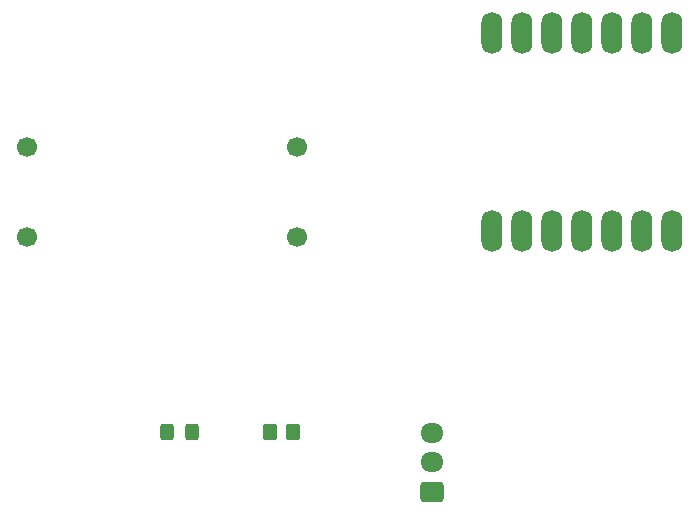
<source format=gbr>
%TF.GenerationSoftware,KiCad,Pcbnew,7.0.10*%
%TF.CreationDate,2024-01-23T18:03:39-08:00*%
%TF.ProjectId,514final,35313466-696e-4616-9c2e-6b696361645f,rev?*%
%TF.SameCoordinates,Original*%
%TF.FileFunction,Soldermask,Top*%
%TF.FilePolarity,Negative*%
%FSLAX46Y46*%
G04 Gerber Fmt 4.6, Leading zero omitted, Abs format (unit mm)*
G04 Created by KiCad (PCBNEW 7.0.10) date 2024-01-23 18:03:39*
%MOMM*%
%LPD*%
G01*
G04 APERTURE LIST*
G04 Aperture macros list*
%AMRoundRect*
0 Rectangle with rounded corners*
0 $1 Rounding radius*
0 $2 $3 $4 $5 $6 $7 $8 $9 X,Y pos of 4 corners*
0 Add a 4 corners polygon primitive as box body*
4,1,4,$2,$3,$4,$5,$6,$7,$8,$9,$2,$3,0*
0 Add four circle primitives for the rounded corners*
1,1,$1+$1,$2,$3*
1,1,$1+$1,$4,$5*
1,1,$1+$1,$6,$7*
1,1,$1+$1,$8,$9*
0 Add four rect primitives between the rounded corners*
20,1,$1+$1,$2,$3,$4,$5,0*
20,1,$1+$1,$4,$5,$6,$7,0*
20,1,$1+$1,$6,$7,$8,$9,0*
20,1,$1+$1,$8,$9,$2,$3,0*%
G04 Aperture macros list end*
%ADD10RoundRect,0.250000X0.350000X0.450000X-0.350000X0.450000X-0.350000X-0.450000X0.350000X-0.450000X0*%
%ADD11O,1.950000X1.700000*%
%ADD12RoundRect,0.250000X0.725000X-0.600000X0.725000X0.600000X-0.725000X0.600000X-0.725000X-0.600000X0*%
%ADD13C,1.700000*%
%ADD14RoundRect,0.250000X-0.325000X-0.450000X0.325000X-0.450000X0.325000X0.450000X-0.325000X0.450000X0*%
%ADD15O,1.778000X3.556000*%
G04 APERTURE END LIST*
D10*
%TO.C,R1*%
X100600000Y-119380000D03*
X102600000Y-119380000D03*
%TD*%
D11*
%TO.C,SW1*%
X114300000Y-119460000D03*
X114300000Y-121960000D03*
D12*
X114300000Y-124460000D03*
%TD*%
D13*
%TO.C,M1*%
X80010000Y-95250000D03*
X80010000Y-102870000D03*
X102870000Y-102870000D03*
X102870000Y-95250000D03*
%TD*%
D14*
%TO.C,D1*%
X91930000Y-119380000D03*
X93980000Y-119380000D03*
%TD*%
D15*
%TO.C,U1*%
X119380000Y-85598000D03*
X121920000Y-85598000D03*
X124460000Y-85598000D03*
X127000000Y-85598000D03*
X129540000Y-85598000D03*
X132080000Y-85598000D03*
X134620000Y-85598000D03*
X119380000Y-102362000D03*
X121920000Y-102362000D03*
X124460000Y-102362000D03*
X127000000Y-102362000D03*
X129540000Y-102362000D03*
X132080000Y-102362000D03*
X134620000Y-102362000D03*
%TD*%
M02*

</source>
